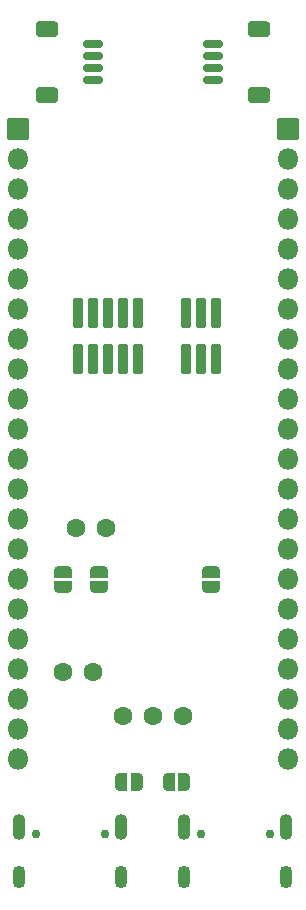
<source format=gbs>
G04 #@! TF.GenerationSoftware,KiCad,Pcbnew,8.99.0-1829-g5db4d10c86*
G04 #@! TF.CreationDate,2024-08-04T21:37:52+02:00*
G04 #@! TF.ProjectId,fiit-esp32-kit-pcb,66696974-2d65-4737-9033-322d6b69742d,0.1*
G04 #@! TF.SameCoordinates,Original*
G04 #@! TF.FileFunction,Soldermask,Bot*
G04 #@! TF.FilePolarity,Negative*
%FSLAX46Y46*%
G04 Gerber Fmt 4.6, Leading zero omitted, Abs format (unit mm)*
G04 Created by KiCad (PCBNEW 8.99.0-1829-g5db4d10c86) date 2024-08-04 21:37:52*
%MOMM*%
%LPD*%
G01*
G04 APERTURE LIST*
G04 Aperture macros list*
%AMRoundRect*
0 Rectangle with rounded corners*
0 $1 Rounding radius*
0 $2 $3 $4 $5 $6 $7 $8 $9 X,Y pos of 4 corners*
0 Add a 4 corners polygon primitive as box body*
4,1,4,$2,$3,$4,$5,$6,$7,$8,$9,$2,$3,0*
0 Add four circle primitives for the rounded corners*
1,1,$1+$1,$2,$3*
1,1,$1+$1,$4,$5*
1,1,$1+$1,$6,$7*
1,1,$1+$1,$8,$9*
0 Add four rect primitives between the rounded corners*
20,1,$1+$1,$2,$3,$4,$5,0*
20,1,$1+$1,$4,$5,$6,$7,0*
20,1,$1+$1,$6,$7,$8,$9,0*
20,1,$1+$1,$8,$9,$2,$3,0*%
%AMFreePoly0*
4,1,35,0.535355,0.785355,0.550000,0.750000,0.550000,-0.750000,0.535355,-0.785355,0.500000,-0.800000,0.000000,-0.800000,-0.012286,-0.794911,-0.071157,-0.794911,-0.085244,-0.792886,-0.221795,-0.752791,-0.234740,-0.746879,-0.354462,-0.669938,-0.365217,-0.660618,-0.458414,-0.553063,-0.466109,-0.541091,-0.525228,-0.411637,-0.529237,-0.397982,-0.549491,-0.257116,-0.550000,-0.250000,-0.550000,0.250000,
-0.549491,0.257116,-0.529237,0.397982,-0.525228,0.411637,-0.466109,0.541091,-0.458414,0.553063,-0.365217,0.660618,-0.354462,0.669938,-0.234740,0.746879,-0.221795,0.752791,-0.085244,0.792886,-0.071157,0.794911,-0.012286,0.794911,0.000000,0.800000,0.500000,0.800000,0.535355,0.785355,0.535355,0.785355,$1*%
%AMFreePoly1*
4,1,35,0.012286,0.794911,0.071157,0.794911,0.085244,0.792886,0.221795,0.752791,0.234740,0.746879,0.354462,0.669938,0.365217,0.660618,0.458414,0.553063,0.466109,0.541091,0.525228,0.411637,0.529237,0.397982,0.549491,0.257116,0.550000,0.250000,0.550000,-0.250000,0.549491,-0.257116,0.529237,-0.397982,0.525228,-0.411637,0.466109,-0.541091,0.458414,-0.553063,0.365217,-0.660618,
0.354462,-0.669938,0.234740,-0.746879,0.221795,-0.752791,0.085244,-0.792886,0.071157,-0.794911,0.012286,-0.794911,0.000000,-0.800000,-0.500000,-0.800000,-0.535355,-0.785355,-0.550000,-0.750000,-0.550000,0.750000,-0.535355,0.785355,-0.500000,0.800000,0.000000,0.800000,0.012286,0.794911,0.012286,0.794911,$1*%
G04 Aperture macros list end*
%ADD10C,0.750000*%
%ADD11O,1.100000X2.200000*%
%ADD12O,1.100000X1.900000*%
%ADD13RoundRect,0.050000X0.850000X0.850000X-0.850000X0.850000X-0.850000X-0.850000X0.850000X-0.850000X0*%
%ADD14O,1.800000X1.800000*%
%ADD15FreePoly0,270.000000*%
%ADD16FreePoly1,270.000000*%
%ADD17FreePoly0,180.000000*%
%ADD18FreePoly1,180.000000*%
%ADD19RoundRect,0.050000X0.370000X-1.200000X0.370000X1.200000X-0.370000X1.200000X-0.370000X-1.200000X0*%
%ADD20RoundRect,0.175000X-0.650000X0.175000X-0.650000X-0.175000X0.650000X-0.175000X0.650000X0.175000X0*%
%ADD21RoundRect,0.270833X-0.679167X0.379167X-0.679167X-0.379167X0.679167X-0.379167X0.679167X0.379167X0*%
%ADD22RoundRect,0.175000X0.650000X-0.175000X0.650000X0.175000X-0.650000X0.175000X-0.650000X-0.175000X0*%
%ADD23RoundRect,0.270833X0.679167X-0.379167X0.679167X0.379167X-0.679167X0.379167X-0.679167X-0.379167X0*%
%ADD24C,1.600000*%
%ADD25FreePoly0,0.000000*%
%ADD26FreePoly1,0.000000*%
G04 APERTURE END LIST*
D10*
X197825000Y-117935000D03*
X203605000Y-117935000D03*
D11*
X196395000Y-117415000D03*
D12*
X196395000Y-121615000D03*
D11*
X205035000Y-117415000D03*
D12*
X205035000Y-121615000D03*
D10*
X211795000Y-117935000D03*
X217575000Y-117935000D03*
D11*
X210365000Y-117415000D03*
D12*
X210365000Y-121615000D03*
D11*
X219005000Y-117415000D03*
D12*
X219005000Y-121615000D03*
D13*
X219130000Y-58310000D03*
D14*
X219130000Y-60850000D03*
X219130000Y-63390000D03*
X219130000Y-65930000D03*
X219130000Y-68470000D03*
X219130000Y-71010000D03*
X219130000Y-73550000D03*
X219130000Y-76090000D03*
X219130000Y-78630000D03*
X219130000Y-81170000D03*
X219130000Y-83710000D03*
X219130000Y-86250000D03*
X219130000Y-88790000D03*
X219130000Y-91330000D03*
X219130000Y-93870000D03*
X219130000Y-96410000D03*
X219130000Y-98950000D03*
X219130000Y-101490000D03*
X219130000Y-104030000D03*
X219130000Y-106570000D03*
X219130000Y-109110000D03*
X219130000Y-111650000D03*
D15*
X200080000Y-95760000D03*
D16*
X200080000Y-97060000D03*
D17*
X210367000Y-113555000D03*
D18*
X209067000Y-113555000D03*
D19*
X213034000Y-77786000D03*
X213034000Y-73886000D03*
X211764000Y-77786000D03*
X211764000Y-73886000D03*
X210494000Y-77786000D03*
X210494000Y-73886000D03*
D20*
X212812000Y-51095000D03*
X212812000Y-52095000D03*
X212812000Y-53095000D03*
X212812000Y-54095000D03*
D21*
X216687000Y-49795000D03*
X216687000Y-55395000D03*
D22*
X202588000Y-54096400D03*
X202588000Y-53096400D03*
X202588000Y-52096400D03*
X202588000Y-51096400D03*
D23*
X198713000Y-55396400D03*
X198713000Y-49796400D03*
D15*
X212653000Y-95760000D03*
D16*
X212653000Y-97060000D03*
D15*
X203128000Y-95760000D03*
D16*
X203128000Y-97060000D03*
D24*
X201223000Y-92092000D03*
D19*
X206430000Y-77786000D03*
X206430000Y-73886000D03*
X205160000Y-77786000D03*
X205160000Y-73886000D03*
X203890000Y-77786000D03*
X203890000Y-73886000D03*
X202620000Y-77786000D03*
X202620000Y-73886000D03*
X201350000Y-77786000D03*
X201350000Y-73886000D03*
D25*
X205018000Y-113555000D03*
D26*
X206318000Y-113555000D03*
D24*
X205160000Y-107967000D03*
X200080000Y-104284000D03*
D13*
X196270000Y-58310000D03*
D14*
X196270000Y-60850000D03*
X196270000Y-63390000D03*
X196270000Y-65930000D03*
X196270000Y-68470000D03*
X196270000Y-71010000D03*
X196270000Y-73550000D03*
X196270000Y-76090000D03*
X196270000Y-78630000D03*
X196270000Y-81170000D03*
X196270000Y-83710000D03*
X196270000Y-86250000D03*
X196270000Y-88790000D03*
X196270000Y-91330000D03*
X196270000Y-93870000D03*
X196270000Y-96410000D03*
X196270000Y-98950000D03*
X196270000Y-101490000D03*
X196270000Y-104030000D03*
X196270000Y-106570000D03*
X196270000Y-109110000D03*
X196270000Y-111650000D03*
D24*
X203763000Y-92092000D03*
X210240000Y-107967000D03*
X202620000Y-104284000D03*
X207700000Y-107967000D03*
M02*

</source>
